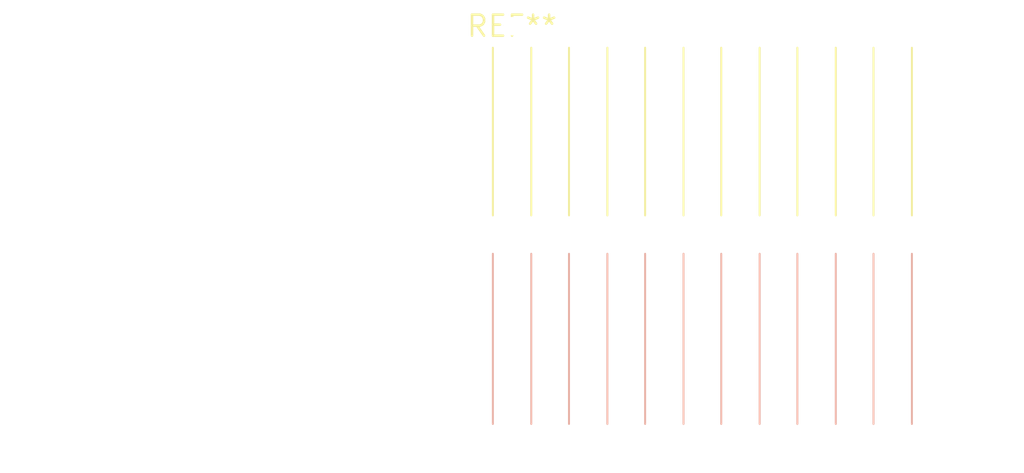
<source format=kicad_pcb>
(kicad_pcb (version 20240108) (generator pcbnew)
  (layers (0 "F.Cu" signal) (31 "B.Cu" signal) (34 "B.Paste" user) (35 "F.Paste" user) (36 "B.SilkS" user "B.Silkscreen") (37 "F.SilkS" user "F.Silkscreen") (38 "B.Mask" user) (39 "F.Mask" user) (44 "Edge.Cuts" user))
  (net 0 "")
  (footprint "SolderWire-0.5sqmm_1x06_P4.6mm_D0.9mm_OD2.1mm_Relief2x" (layer "F.Cu") (at 0 0)
    (property "Reference" "REF**")
    (property "Value" "SolderWire-0.5sqmm_1x06_P4.6mm_D0.9mm_OD2.1mm_Relief2x")
    (fp_line (start -1.16 13.76) (end -1.16 24.04) (layer "B.SilkS") (stroke (width 0.12)))
    (fp_line (start 1.16 13.76) (end 1.16 24.04) (layer "B.SilkS") (stroke (width 0.12)))
    (fp_line (start 3.44 13.76) (end 3.44 24.04) (layer "B.SilkS") (stroke (width 0.12)))
    (fp_line (start 5.76 13.76) (end 5.76 24.04) (layer "B.SilkS") (stroke (width 0.12)))
    (fp_line (start 8.04 13.76) (end 8.04 24.04) (layer "B.SilkS") (stroke (width 0.12)))
    (fp_line (start 10.36 13.76) (end 10.36 24.04) (layer "B.SilkS") (stroke (width 0.12)))
    (fp_line (start 12.64 13.76) (end 12.64 24.04) (layer "B.SilkS") (stroke (width 0.12)))
    (fp_line (start 14.96 13.76) (end 14.96 24.04) (layer "B.SilkS") (stroke (width 0.12)))
    (fp_line (start 17.24 13.76) (end 17.24 24.04) (layer "B.SilkS") (stroke (width 0.12)))
    (fp_line (start 19.56 13.76) (end 19.56 24.04) (layer "B.SilkS") (stroke (width 0.12)))
    (fp_line (start 21.84 13.76) (end 21.84 24.04) (layer "B.SilkS") (stroke (width 0.12)))
    (fp_line (start 24.16 13.76) (end 24.16 24.04) (layer "B.SilkS") (stroke (width 0.12)))
    (fp_line (start -1.16 1.31) (end -1.16 11.44) (layer "F.SilkS") (stroke (width 0.12)))
    (fp_line (start 1.16 1.31) (end 1.16 11.44) (layer "F.SilkS") (stroke (width 0.12)))
    (fp_line (start 3.44 1.31) (end 3.44 11.44) (layer "F.SilkS") (stroke (width 0.12)))
    (fp_line (start 5.76 1.31) (end 5.76 11.44) (layer "F.SilkS") (stroke (width 0.12)))
    (fp_line (start 8.04 1.31) (end 8.04 11.44) (layer "F.SilkS") (stroke (width 0.12)))
    (fp_line (start 10.36 1.31) (end 10.36 11.44) (layer "F.SilkS") (stroke (width 0.12)))
    (fp_line (start 12.64 1.31) (end 12.64 11.44) (layer "F.SilkS") (stroke (width 0.12)))
    (fp_line (start 14.96 1.31) (end 14.96 11.44) (layer "F.SilkS") (stroke (width 0.12)))
    (fp_line (start 17.24 1.31) (end 17.24 11.44) (layer "F.SilkS") (stroke (width 0.12)))
    (fp_line (start 19.56 1.31) (end 19.56 11.44) (layer "F.SilkS") (stroke (width 0.12)))
    (fp_line (start 21.84 1.31) (end 21.84 11.44) (layer "F.SilkS") (stroke (width 0.12)))
    (fp_line (start 24.16 1.31) (end 24.16 11.44) (layer "F.SilkS") (stroke (width 0.12)))
    (pad "" np_thru_hole circle (at 0 12.6) (size 2.6 2.6) (drill 2.6) (layers *.Cu *.Mask))
    (pad "" np_thru_hole circle (at 0 25.2) (size 2.6 2.6) (drill 2.6) (layers *.Cu *.Mask))
    (pad "" np_thru_hole circle (at 4.6 12.6) (size 2.6 2.6) (drill 2.6) (layers *.Cu *.Mask))
    (pad "" np_thru_hole circle (at 4.6 25.2) (size 2.6 2.6) (drill 2.6) (layers *.Cu *.Mask))
    (pad "" np_thru_hole circle (at 9.2 12.6) (size 2.6 2.6) (drill 2.6) (layers *.Cu *.Mask))
    (pad "" np_thru_hole circle (at 9.2 25.2) (size 2.6 2.6) (drill 2.6) (layers *.Cu *.Mask))
    (pad "" np_thru_hole circle (at 13.8 12.6) (size 2.6 2.6) (drill 2.6) (layers *.Cu *.Mask))
    (pad "" np_thru_hole circle (at 13.8 25.2) (size 2.6 2.6) (drill 2.6) (layers *.Cu *.Mask))
    (pad "" np_thru_hole circle (at 18.4 12.6) (size 2.6 2.6) (drill 2.6) (layers *.Cu *.Mask))
    (pad "" np_thru_hole circle (at 18.4 25.2) (size 2.6 2.6) (drill 2.6) (layers *.Cu *.Mask))
    (pad "" np_thru_hole circle (at 23 12.6) (size 2.6 2.6) (drill 2.6) (layers *.Cu *.Mask))
    (pad "" np_thru_hole circle (at 23 25.2) (size 2.6 2.6) (drill 2.6) (layers *.Cu *.Mask))
    (pad "1" thru_hole roundrect (at 0 0) (size 2.1 2.1) (drill 1.1) (layers *.Cu *.Mask) (remove_unused_layers) (roundrect_rratio 0.119048))
    (pad "2" thru_hole circle (at 4.6 0) (size 2.1 2.1) (drill 1.1) (layers *.Cu *.Mask) (remove_unused_layers))
    (pad "3" thru_hole circle (at 9.2 0) (size 2.1 2.1) (drill 1.1) (layers *.Cu *.Mask) (remove_unused_layers))
    (pad "4" thru_hole circle (at 13.8 0) (size 2.1 2.1) (drill 1.1) (layers *.Cu *.Mask) (remove_unused_layers))
    (pad "5" thru_hole circle (at 18.4 0) (size 2.1 2.1) (drill 1.1) (layers *.Cu *.Mask) (remove_unused_layers))
    (pad "6" thru_hole circle (at 23 0) (size 2.1 2.1) (drill 1.1) (layers *.Cu *.Mask) (remove_unused_layers))
  )
)
</source>
